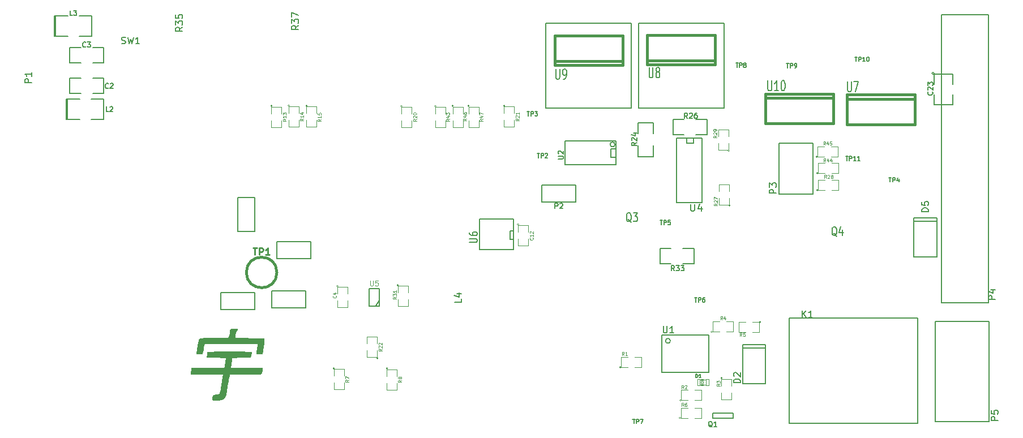
<source format=gto>
G04 (created by PCBNEW (2013-07-07 BZR 4022)-stable) date 3/22/2014 2:57:10 AM*
%MOIN*%
G04 Gerber Fmt 3.4, Leading zero omitted, Abs format*
%FSLAX34Y34*%
G01*
G70*
G90*
G04 APERTURE LIST*
%ADD10C,0.006*%
%ADD11C,0.00590551*%
%ADD12C,0.005*%
%ADD13C,0.0039*%
%ADD14C,0.0026*%
%ADD15C,0.004*%
%ADD16C,0.0065*%
%ADD17C,0.008*%
%ADD18C,0.015*%
%ADD19C,0.0001*%
%ADD20C,0.0075*%
%ADD21C,0.0043*%
%ADD22C,0.003*%
%ADD23C,0.01*%
G04 APERTURE END LIST*
G54D10*
G54D11*
X78675Y-66585D02*
X78675Y-72085D01*
X78675Y-72085D02*
X86225Y-72085D01*
X86225Y-72085D02*
X86225Y-65885D01*
X86225Y-65885D02*
X78675Y-65885D01*
X78675Y-65885D02*
X78675Y-66585D01*
G54D12*
X74165Y-71500D02*
X75365Y-71500D01*
X75365Y-71500D02*
X75365Y-71800D01*
X75365Y-71800D02*
X74165Y-71800D01*
X74165Y-71800D02*
X74165Y-71500D01*
G54D11*
X75920Y-67655D02*
X77270Y-67655D01*
X75920Y-69755D02*
X77270Y-69755D01*
X77270Y-69755D02*
X77270Y-67455D01*
X77270Y-67455D02*
X75920Y-67455D01*
X75920Y-67455D02*
X75920Y-69755D01*
G54D13*
X72280Y-71775D02*
G75*
G03X72280Y-71775I-50J0D01*
G74*
G01*
X72680Y-71775D02*
X72280Y-71775D01*
X72280Y-71775D02*
X72280Y-71175D01*
X72280Y-71175D02*
X72680Y-71175D01*
X73080Y-71175D02*
X73480Y-71175D01*
X73480Y-71175D02*
X73480Y-71775D01*
X73480Y-71775D02*
X73080Y-71775D01*
X72305Y-70730D02*
G75*
G03X72305Y-70730I-50J0D01*
G74*
G01*
X72705Y-70730D02*
X72305Y-70730D01*
X72305Y-70730D02*
X72305Y-70130D01*
X72305Y-70130D02*
X72705Y-70130D01*
X73105Y-70130D02*
X73505Y-70130D01*
X73505Y-70130D02*
X73505Y-70730D01*
X73505Y-70730D02*
X73105Y-70730D01*
X74150Y-66700D02*
G75*
G03X74150Y-66700I-50J0D01*
G74*
G01*
X74550Y-66700D02*
X74150Y-66700D01*
X74150Y-66700D02*
X74150Y-66100D01*
X74150Y-66100D02*
X74550Y-66100D01*
X74950Y-66100D02*
X75350Y-66100D01*
X75350Y-66100D02*
X75350Y-66700D01*
X75350Y-66700D02*
X74950Y-66700D01*
X68765Y-68790D02*
G75*
G03X68765Y-68790I-50J0D01*
G74*
G01*
X69165Y-68790D02*
X68765Y-68790D01*
X68765Y-68790D02*
X68765Y-68190D01*
X68765Y-68190D02*
X69165Y-68190D01*
X69565Y-68190D02*
X69965Y-68190D01*
X69965Y-68190D02*
X69965Y-68790D01*
X69965Y-68790D02*
X69565Y-68790D01*
X76990Y-66110D02*
G75*
G03X76990Y-66110I-50J0D01*
G74*
G01*
X76490Y-66110D02*
X76890Y-66110D01*
X76890Y-66110D02*
X76890Y-66710D01*
X76890Y-66710D02*
X76490Y-66710D01*
X76090Y-66710D02*
X75690Y-66710D01*
X75690Y-66710D02*
X75690Y-66110D01*
X75690Y-66110D02*
X76090Y-66110D01*
X74725Y-69420D02*
G75*
G03X74725Y-69420I-50J0D01*
G74*
G01*
X74675Y-69870D02*
X74675Y-69470D01*
X74675Y-69470D02*
X75275Y-69470D01*
X75275Y-69470D02*
X75275Y-69870D01*
X75275Y-70270D02*
X75275Y-70670D01*
X75275Y-70670D02*
X74675Y-70670D01*
X74675Y-70670D02*
X74675Y-70270D01*
G54D14*
X73403Y-69847D02*
X73403Y-69493D01*
X73403Y-69493D02*
X73246Y-69493D01*
X73246Y-69847D02*
X73246Y-69493D01*
X73403Y-69847D02*
X73246Y-69847D01*
X73914Y-69847D02*
X73914Y-69493D01*
X73914Y-69493D02*
X73757Y-69493D01*
X73757Y-69847D02*
X73757Y-69493D01*
X73914Y-69847D02*
X73757Y-69847D01*
X73580Y-69847D02*
X73580Y-69788D01*
X73580Y-69788D02*
X73462Y-69788D01*
X73462Y-69847D02*
X73462Y-69788D01*
X73580Y-69847D02*
X73462Y-69847D01*
X73580Y-69552D02*
X73580Y-69493D01*
X73580Y-69493D02*
X73462Y-69493D01*
X73462Y-69552D02*
X73462Y-69493D01*
X73580Y-69552D02*
X73462Y-69552D01*
X73580Y-69729D02*
X73580Y-69611D01*
X73580Y-69611D02*
X73462Y-69611D01*
X73462Y-69729D02*
X73462Y-69611D01*
X73580Y-69729D02*
X73462Y-69729D01*
G54D15*
X73403Y-69827D02*
X73757Y-69827D01*
X73403Y-69513D02*
X73757Y-69513D01*
G54D11*
X71661Y-67230D02*
G75*
G03X71661Y-67230I-141J0D01*
G74*
G01*
X71170Y-66880D02*
X71170Y-69080D01*
X71170Y-69080D02*
X73920Y-69080D01*
X73920Y-69080D02*
X73920Y-66880D01*
X73920Y-66880D02*
X71170Y-66880D01*
G54D16*
X65460Y-56860D02*
X68460Y-56860D01*
X68460Y-55460D02*
X65460Y-55460D01*
X65460Y-56860D02*
X65460Y-55460D01*
G54D10*
X68460Y-55460D02*
X68460Y-56860D01*
G54D12*
X68401Y-55660D02*
G75*
G03X68401Y-55660I-141J0D01*
G74*
G01*
X68460Y-56410D02*
X68160Y-56410D01*
X68160Y-56410D02*
X68160Y-55910D01*
X68160Y-55910D02*
X68460Y-55910D01*
G54D17*
X73518Y-55284D02*
X73518Y-59084D01*
X73518Y-59084D02*
X72018Y-59084D01*
X72018Y-59084D02*
X72018Y-55284D01*
X72018Y-55284D02*
X73518Y-55284D01*
X73018Y-55284D02*
X73018Y-55584D01*
X73018Y-55584D02*
X72618Y-55584D01*
X72618Y-55584D02*
X72618Y-55284D01*
G54D12*
X71816Y-54202D02*
X71816Y-55102D01*
X71816Y-55102D02*
X72466Y-55102D01*
X73166Y-54202D02*
X73816Y-54202D01*
X73816Y-54202D02*
X73816Y-55102D01*
X73816Y-55102D02*
X73166Y-55102D01*
X72466Y-54202D02*
X71816Y-54202D01*
X69767Y-56372D02*
X70667Y-56372D01*
X70667Y-56372D02*
X70667Y-55722D01*
X69767Y-55022D02*
X69767Y-54372D01*
X69767Y-54372D02*
X70667Y-54372D01*
X70667Y-54372D02*
X70667Y-55022D01*
X69767Y-55722D02*
X69767Y-56372D01*
G54D13*
X80366Y-58356D02*
G75*
G03X80366Y-58356I-50J0D01*
G74*
G01*
X80766Y-58356D02*
X80366Y-58356D01*
X80366Y-58356D02*
X80366Y-57756D01*
X80366Y-57756D02*
X80766Y-57756D01*
X81166Y-57756D02*
X81566Y-57756D01*
X81566Y-57756D02*
X81566Y-58356D01*
X81566Y-58356D02*
X81166Y-58356D01*
X75186Y-59256D02*
G75*
G03X75186Y-59256I-50J0D01*
G74*
G01*
X75136Y-58806D02*
X75136Y-59206D01*
X75136Y-59206D02*
X74536Y-59206D01*
X74536Y-59206D02*
X74536Y-58806D01*
X74536Y-58406D02*
X74536Y-58006D01*
X74536Y-58006D02*
X75136Y-58006D01*
X75136Y-58006D02*
X75136Y-58406D01*
X75144Y-56022D02*
G75*
G03X75144Y-56022I-50J0D01*
G74*
G01*
X75094Y-55572D02*
X75094Y-55972D01*
X75094Y-55972D02*
X74494Y-55972D01*
X74494Y-55972D02*
X74494Y-55572D01*
X74494Y-55172D02*
X74494Y-54772D01*
X74494Y-54772D02*
X75094Y-54772D01*
X75094Y-54772D02*
X75094Y-55172D01*
X80356Y-57356D02*
G75*
G03X80356Y-57356I-50J0D01*
G74*
G01*
X80756Y-57356D02*
X80356Y-57356D01*
X80356Y-57356D02*
X80356Y-56756D01*
X80356Y-56756D02*
X80756Y-56756D01*
X81156Y-56756D02*
X81556Y-56756D01*
X81556Y-56756D02*
X81556Y-57356D01*
X81556Y-57356D02*
X81156Y-57356D01*
X80326Y-56396D02*
G75*
G03X80326Y-56396I-50J0D01*
G74*
G01*
X80726Y-56396D02*
X80326Y-56396D01*
X80326Y-56396D02*
X80326Y-55796D01*
X80326Y-55796D02*
X80726Y-55796D01*
X81126Y-55796D02*
X81526Y-55796D01*
X81526Y-55796D02*
X81526Y-56396D01*
X81526Y-56396D02*
X81126Y-56396D01*
G54D17*
X78062Y-58584D02*
X78062Y-55584D01*
X80062Y-55584D02*
X80062Y-58584D01*
X80062Y-58584D02*
X78062Y-58584D01*
X78062Y-55584D02*
X80062Y-55584D01*
G54D11*
X88845Y-71979D02*
X90419Y-71979D01*
X90419Y-71979D02*
X90419Y-66073D01*
X90419Y-66073D02*
X87270Y-66073D01*
X87270Y-66073D02*
X87270Y-71979D01*
X87270Y-71979D02*
X88864Y-71979D01*
X89015Y-64981D02*
X90392Y-64981D01*
X90392Y-64981D02*
X90392Y-48013D01*
X90392Y-48013D02*
X87637Y-48013D01*
X87637Y-48013D02*
X87637Y-64981D01*
X87637Y-64981D02*
X89015Y-64981D01*
X89015Y-64981D02*
X89018Y-64985D01*
G54D13*
X54450Y-68250D02*
G75*
G03X54450Y-68250I-50J0D01*
G74*
G01*
X54400Y-67800D02*
X54400Y-68200D01*
X54400Y-68200D02*
X53800Y-68200D01*
X53800Y-68200D02*
X53800Y-67800D01*
X53800Y-67400D02*
X53800Y-67000D01*
X53800Y-67000D02*
X54400Y-67000D01*
X54400Y-67000D02*
X54400Y-67400D01*
G54D12*
X62420Y-61863D02*
X60420Y-61863D01*
X60420Y-61863D02*
X60420Y-60063D01*
X60420Y-60063D02*
X62420Y-60063D01*
X62420Y-60063D02*
X62420Y-61863D01*
X62420Y-61263D02*
X62220Y-61263D01*
X62220Y-61263D02*
X62220Y-60763D01*
X62220Y-60763D02*
X62420Y-60763D01*
G54D11*
X86000Y-60185D02*
X87350Y-60185D01*
X86000Y-62285D02*
X87350Y-62285D01*
X87350Y-62285D02*
X87350Y-59985D01*
X87350Y-59985D02*
X86000Y-59985D01*
X86000Y-59985D02*
X86000Y-62285D01*
G54D12*
X71050Y-61770D02*
X71050Y-62670D01*
X71050Y-62670D02*
X71700Y-62670D01*
X72400Y-61770D02*
X73050Y-61770D01*
X73050Y-61770D02*
X73050Y-62670D01*
X73050Y-62670D02*
X72400Y-62670D01*
X71700Y-61770D02*
X71050Y-61770D01*
G54D13*
X62740Y-60370D02*
G75*
G03X62740Y-60370I-50J0D01*
G74*
G01*
X62690Y-60820D02*
X62690Y-60420D01*
X62690Y-60420D02*
X63290Y-60420D01*
X63290Y-60420D02*
X63290Y-60820D01*
X63290Y-61220D02*
X63290Y-61620D01*
X63290Y-61620D02*
X62690Y-61620D01*
X62690Y-61620D02*
X62690Y-61220D01*
G54D12*
X36100Y-53000D02*
X36100Y-54200D01*
X37550Y-54200D02*
X38300Y-54200D01*
X38300Y-54200D02*
X38300Y-53000D01*
X38300Y-53000D02*
X37550Y-53000D01*
X36900Y-53000D02*
X36100Y-53000D01*
X36178Y-53000D02*
X36178Y-54200D01*
X36100Y-54200D02*
X36900Y-54200D01*
X38300Y-52650D02*
X38300Y-51750D01*
X38300Y-51750D02*
X37650Y-51750D01*
X36950Y-52650D02*
X36300Y-52650D01*
X36300Y-52650D02*
X36300Y-51750D01*
X36300Y-51750D02*
X36950Y-51750D01*
X37650Y-52650D02*
X38300Y-52650D01*
X36300Y-49950D02*
X36300Y-50850D01*
X36300Y-50850D02*
X36950Y-50850D01*
X37650Y-49950D02*
X38300Y-49950D01*
X38300Y-49950D02*
X38300Y-50850D01*
X38300Y-50850D02*
X37650Y-50850D01*
X36950Y-49950D02*
X36300Y-49950D01*
X35400Y-48100D02*
X35400Y-49300D01*
X36850Y-49300D02*
X37600Y-49300D01*
X37600Y-49300D02*
X37600Y-48100D01*
X37600Y-48100D02*
X36850Y-48100D01*
X36200Y-48100D02*
X35400Y-48100D01*
X35478Y-48100D02*
X35478Y-49300D01*
X35400Y-49300D02*
X36200Y-49300D01*
X54525Y-64850D02*
X54325Y-65150D01*
X54525Y-64150D02*
X54525Y-65175D01*
X54525Y-65175D02*
X53925Y-65175D01*
X53925Y-65175D02*
X53925Y-64150D01*
X53925Y-64150D02*
X54525Y-64150D01*
G54D13*
X52105Y-64005D02*
G75*
G03X52105Y-64005I-50J0D01*
G74*
G01*
X52055Y-64455D02*
X52055Y-64055D01*
X52055Y-64055D02*
X52655Y-64055D01*
X52655Y-64055D02*
X52655Y-64455D01*
X52655Y-64855D02*
X52655Y-65255D01*
X52655Y-65255D02*
X52055Y-65255D01*
X52055Y-65255D02*
X52055Y-64855D01*
X55675Y-63950D02*
G75*
G03X55675Y-63950I-50J0D01*
G74*
G01*
X55625Y-64400D02*
X55625Y-64000D01*
X55625Y-64000D02*
X56225Y-64000D01*
X56225Y-64000D02*
X56225Y-64400D01*
X56225Y-64800D02*
X56225Y-65200D01*
X56225Y-65200D02*
X55625Y-65200D01*
X55625Y-65200D02*
X55625Y-64800D01*
G54D11*
X66845Y-48520D02*
X69364Y-48520D01*
X69364Y-48520D02*
X69364Y-53520D01*
X69364Y-53520D02*
X64325Y-53520D01*
X64325Y-53520D02*
X64325Y-48520D01*
X64325Y-48520D02*
X66845Y-48520D01*
X72315Y-48520D02*
X74834Y-48520D01*
X74834Y-48520D02*
X74834Y-53520D01*
X74834Y-53520D02*
X69795Y-53520D01*
X69795Y-53520D02*
X69795Y-48520D01*
X69795Y-48520D02*
X72315Y-48520D01*
G54D18*
X48500Y-63200D02*
G75*
G03X48500Y-63200I-900J0D01*
G74*
G01*
G54D10*
X48500Y-62400D02*
X48500Y-61400D01*
X48500Y-61400D02*
X50500Y-61400D01*
X50500Y-61400D02*
X50500Y-62400D01*
X50500Y-62400D02*
X48500Y-62400D01*
X48200Y-65300D02*
X48200Y-64300D01*
X48200Y-64300D02*
X50200Y-64300D01*
X50200Y-64300D02*
X50200Y-65300D01*
X50200Y-65300D02*
X48200Y-65300D01*
X47200Y-64400D02*
X47200Y-65400D01*
X47200Y-65400D02*
X45200Y-65400D01*
X45200Y-65400D02*
X45200Y-64400D01*
X45200Y-64400D02*
X47200Y-64400D01*
X47200Y-60800D02*
X46200Y-60800D01*
X46200Y-60800D02*
X46200Y-58800D01*
X46200Y-58800D02*
X47200Y-58800D01*
X47200Y-58800D02*
X47200Y-60800D01*
X66100Y-58060D02*
X66100Y-59060D01*
X66100Y-59060D02*
X64100Y-59060D01*
X64100Y-59060D02*
X64100Y-58060D01*
X64100Y-58060D02*
X66100Y-58060D01*
G54D13*
X58900Y-53390D02*
G75*
G03X58900Y-53390I-50J0D01*
G74*
G01*
X58850Y-53840D02*
X58850Y-53440D01*
X58850Y-53440D02*
X59450Y-53440D01*
X59450Y-53440D02*
X59450Y-53840D01*
X59450Y-54240D02*
X59450Y-54640D01*
X59450Y-54640D02*
X58850Y-54640D01*
X58850Y-54640D02*
X58850Y-54240D01*
X59840Y-53390D02*
G75*
G03X59840Y-53390I-50J0D01*
G74*
G01*
X59790Y-53840D02*
X59790Y-53440D01*
X59790Y-53440D02*
X60390Y-53440D01*
X60390Y-53440D02*
X60390Y-53840D01*
X60390Y-54240D02*
X60390Y-54640D01*
X60390Y-54640D02*
X59790Y-54640D01*
X59790Y-54640D02*
X59790Y-54240D01*
X55880Y-53390D02*
G75*
G03X55880Y-53390I-50J0D01*
G74*
G01*
X55830Y-53840D02*
X55830Y-53440D01*
X55830Y-53440D02*
X56430Y-53440D01*
X56430Y-53440D02*
X56430Y-53840D01*
X56430Y-54240D02*
X56430Y-54640D01*
X56430Y-54640D02*
X55830Y-54640D01*
X55830Y-54640D02*
X55830Y-54240D01*
X50295Y-53385D02*
G75*
G03X50295Y-53385I-50J0D01*
G74*
G01*
X50245Y-53835D02*
X50245Y-53435D01*
X50245Y-53435D02*
X50845Y-53435D01*
X50845Y-53435D02*
X50845Y-53835D01*
X50845Y-54235D02*
X50845Y-54635D01*
X50845Y-54635D02*
X50245Y-54635D01*
X50245Y-54635D02*
X50245Y-54235D01*
X49250Y-53380D02*
G75*
G03X49250Y-53380I-50J0D01*
G74*
G01*
X49200Y-53830D02*
X49200Y-53430D01*
X49200Y-53430D02*
X49800Y-53430D01*
X49800Y-53430D02*
X49800Y-53830D01*
X49800Y-54230D02*
X49800Y-54630D01*
X49800Y-54630D02*
X49200Y-54630D01*
X49200Y-54630D02*
X49200Y-54230D01*
X61920Y-53380D02*
G75*
G03X61920Y-53380I-50J0D01*
G74*
G01*
X61870Y-53830D02*
X61870Y-53430D01*
X61870Y-53430D02*
X62470Y-53430D01*
X62470Y-53430D02*
X62470Y-53830D01*
X62470Y-54230D02*
X62470Y-54630D01*
X62470Y-54630D02*
X61870Y-54630D01*
X61870Y-54630D02*
X61870Y-54230D01*
X55020Y-68855D02*
G75*
G03X55020Y-68855I-50J0D01*
G74*
G01*
X54970Y-69305D02*
X54970Y-68905D01*
X54970Y-68905D02*
X55570Y-68905D01*
X55570Y-68905D02*
X55570Y-69305D01*
X55570Y-69705D02*
X55570Y-70105D01*
X55570Y-70105D02*
X54970Y-70105D01*
X54970Y-70105D02*
X54970Y-69705D01*
X51905Y-68850D02*
G75*
G03X51905Y-68850I-50J0D01*
G74*
G01*
X51855Y-69300D02*
X51855Y-68900D01*
X51855Y-68900D02*
X52455Y-68900D01*
X52455Y-68900D02*
X52455Y-69300D01*
X52455Y-69700D02*
X52455Y-70100D01*
X52455Y-70100D02*
X51855Y-70100D01*
X51855Y-70100D02*
X51855Y-69700D01*
X57870Y-53400D02*
G75*
G03X57870Y-53400I-50J0D01*
G74*
G01*
X57820Y-53850D02*
X57820Y-53450D01*
X57820Y-53450D02*
X58420Y-53450D01*
X58420Y-53450D02*
X58420Y-53850D01*
X58420Y-54250D02*
X58420Y-54650D01*
X58420Y-54650D02*
X57820Y-54650D01*
X57820Y-54650D02*
X57820Y-54250D01*
X48220Y-53390D02*
G75*
G03X48220Y-53390I-50J0D01*
G74*
G01*
X48170Y-53840D02*
X48170Y-53440D01*
X48170Y-53440D02*
X48770Y-53440D01*
X48770Y-53440D02*
X48770Y-53840D01*
X48770Y-54240D02*
X48770Y-54640D01*
X48770Y-54640D02*
X48170Y-54640D01*
X48170Y-54640D02*
X48170Y-54240D01*
G54D12*
X87205Y-51475D02*
G75*
G03X87205Y-51475I-70J0D01*
G74*
G01*
X88285Y-52125D02*
X88285Y-51525D01*
X88285Y-51525D02*
X87185Y-51525D01*
X87185Y-51525D02*
X87185Y-52125D01*
X87185Y-52725D02*
X87185Y-53325D01*
X87185Y-53325D02*
X88285Y-53325D01*
X88285Y-53325D02*
X88285Y-52725D01*
G54D19*
G36*
X47669Y-68828D02*
X47648Y-69001D01*
X47629Y-69104D01*
X47602Y-69178D01*
X47585Y-69199D01*
X47542Y-69206D01*
X47441Y-69212D01*
X47292Y-69218D01*
X47103Y-69221D01*
X46884Y-69224D01*
X46645Y-69224D01*
X46644Y-69224D01*
X45745Y-69223D01*
X45715Y-69317D01*
X45694Y-69402D01*
X45669Y-69523D01*
X45654Y-69612D01*
X45629Y-69761D01*
X45602Y-69920D01*
X45589Y-69995D01*
X45567Y-70128D01*
X45546Y-70259D01*
X45538Y-70312D01*
X45519Y-70404D01*
X45495Y-70468D01*
X45489Y-70477D01*
X45462Y-70536D01*
X45460Y-70562D01*
X45428Y-70627D01*
X45344Y-70685D01*
X45219Y-70730D01*
X45068Y-70756D01*
X44965Y-70762D01*
X44847Y-70758D01*
X44758Y-70750D01*
X44717Y-70737D01*
X44716Y-70737D01*
X44701Y-70671D01*
X44701Y-70577D01*
X44713Y-70487D01*
X44732Y-70437D01*
X44786Y-70412D01*
X44881Y-70397D01*
X44931Y-70395D01*
X45020Y-70390D01*
X45082Y-70368D01*
X45125Y-70317D01*
X45157Y-70227D01*
X45186Y-70087D01*
X45199Y-70012D01*
X45266Y-69614D01*
X45309Y-69370D01*
X45335Y-69228D01*
X44399Y-69228D01*
X44121Y-69227D01*
X43882Y-69224D01*
X43690Y-69219D01*
X43549Y-69212D01*
X43466Y-69203D01*
X43444Y-69196D01*
X43436Y-69146D01*
X43439Y-69056D01*
X43446Y-68996D01*
X43468Y-68828D01*
X44428Y-68828D01*
X44675Y-68827D01*
X44899Y-68825D01*
X45092Y-68821D01*
X45247Y-68815D01*
X45353Y-68809D01*
X45403Y-68802D01*
X45406Y-68801D01*
X45420Y-68756D01*
X45439Y-68664D01*
X45459Y-68547D01*
X45478Y-68427D01*
X45494Y-68332D01*
X45502Y-68283D01*
X45480Y-68267D01*
X45405Y-68253D01*
X45273Y-68242D01*
X45081Y-68233D01*
X44943Y-68228D01*
X44376Y-68212D01*
X44388Y-68062D01*
X44398Y-67965D01*
X44410Y-67899D01*
X44415Y-67887D01*
X44451Y-67881D01*
X44545Y-67876D01*
X44693Y-67871D01*
X44885Y-67867D01*
X45114Y-67864D01*
X45374Y-67862D01*
X45657Y-67862D01*
X45725Y-67862D01*
X46061Y-67862D01*
X46336Y-67863D01*
X46556Y-67865D01*
X46727Y-67869D01*
X46854Y-67874D01*
X46943Y-67880D01*
X46999Y-67888D01*
X47029Y-67899D01*
X47037Y-67907D01*
X47036Y-67966D01*
X47026Y-67982D01*
X47002Y-68034D01*
X46987Y-68112D01*
X46976Y-68212D01*
X46426Y-68228D01*
X45876Y-68245D01*
X45853Y-68428D01*
X45836Y-68555D01*
X45817Y-68672D01*
X45808Y-68720D01*
X45785Y-68828D01*
X46727Y-68828D01*
X47669Y-68828D01*
X47669Y-68828D01*
X47669Y-68828D01*
G37*
G36*
X47776Y-67078D02*
X47773Y-67262D01*
X47763Y-67409D01*
X47743Y-67568D01*
X47732Y-67628D01*
X47707Y-67754D01*
X47683Y-67871D01*
X47673Y-67920D01*
X47658Y-67982D01*
X47630Y-68014D01*
X47573Y-68026D01*
X47469Y-68028D01*
X47287Y-68028D01*
X47308Y-67853D01*
X47324Y-67723D01*
X47341Y-67597D01*
X47347Y-67553D01*
X47365Y-67428D01*
X45812Y-67428D01*
X44258Y-67428D01*
X44225Y-67514D01*
X44200Y-67614D01*
X44193Y-67685D01*
X44183Y-67774D01*
X44159Y-67882D01*
X44154Y-67899D01*
X44129Y-67974D01*
X44098Y-68012D01*
X44041Y-68026D01*
X43938Y-68028D01*
X43838Y-68024D01*
X43772Y-68013D01*
X43756Y-68003D01*
X43760Y-67950D01*
X43761Y-67945D01*
X43771Y-67895D01*
X43787Y-67804D01*
X43797Y-67745D01*
X43831Y-67528D01*
X43859Y-67368D01*
X43880Y-67255D01*
X43898Y-67180D01*
X43914Y-67134D01*
X43930Y-67107D01*
X43930Y-67106D01*
X43956Y-67092D01*
X44010Y-67081D01*
X44100Y-67072D01*
X44232Y-67067D01*
X44413Y-67063D01*
X44650Y-67062D01*
X44805Y-67062D01*
X45643Y-67062D01*
X45685Y-66929D01*
X45712Y-66811D01*
X45726Y-66695D01*
X45726Y-66681D01*
X45734Y-66598D01*
X45753Y-66550D01*
X45756Y-66547D01*
X45811Y-66531D01*
X45903Y-66521D01*
X46008Y-66516D01*
X46104Y-66517D01*
X46167Y-66526D01*
X46180Y-66534D01*
X46180Y-66584D01*
X46168Y-66605D01*
X46136Y-66671D01*
X46101Y-66775D01*
X46073Y-66887D01*
X46060Y-66979D01*
X46060Y-66990D01*
X46061Y-67011D01*
X46071Y-67028D01*
X46097Y-67041D01*
X46146Y-67050D01*
X46227Y-67056D01*
X46346Y-67061D01*
X46511Y-67064D01*
X46730Y-67067D01*
X46918Y-67069D01*
X47776Y-67078D01*
X47776Y-67078D01*
X47776Y-67078D01*
G37*
G54D18*
X68860Y-50750D02*
X68860Y-51000D01*
X68860Y-51000D02*
X64860Y-51000D01*
X64860Y-51000D02*
X64860Y-50750D01*
X68860Y-49250D02*
X68860Y-50750D01*
X68860Y-50750D02*
X64860Y-50750D01*
X64860Y-50750D02*
X64860Y-49250D01*
X64860Y-49250D02*
X68860Y-49250D01*
X82060Y-52970D02*
X82060Y-52720D01*
X82060Y-52720D02*
X86060Y-52720D01*
X86060Y-52720D02*
X86060Y-52970D01*
X82060Y-54470D02*
X82060Y-52970D01*
X82060Y-52970D02*
X86060Y-52970D01*
X86060Y-52970D02*
X86060Y-54470D01*
X86060Y-54470D02*
X82060Y-54470D01*
X74295Y-50710D02*
X74295Y-50960D01*
X74295Y-50960D02*
X70295Y-50960D01*
X70295Y-50960D02*
X70295Y-50710D01*
X74295Y-49210D02*
X74295Y-50710D01*
X74295Y-50710D02*
X70295Y-50710D01*
X70295Y-50710D02*
X70295Y-49210D01*
X70295Y-49210D02*
X74295Y-49210D01*
X77255Y-52920D02*
X77255Y-52670D01*
X77255Y-52670D02*
X81255Y-52670D01*
X81255Y-52670D02*
X81255Y-52920D01*
X77255Y-54420D02*
X77255Y-52920D01*
X77255Y-52920D02*
X81255Y-52920D01*
X81255Y-52920D02*
X81255Y-54420D01*
X81255Y-54420D02*
X77255Y-54420D01*
G54D17*
X81470Y-61070D02*
X81432Y-61046D01*
X81394Y-60998D01*
X81337Y-60927D01*
X81299Y-60903D01*
X81261Y-60903D01*
X81280Y-61022D02*
X81242Y-60998D01*
X81204Y-60950D01*
X81185Y-60855D01*
X81185Y-60689D01*
X81204Y-60593D01*
X81242Y-60546D01*
X81280Y-60522D01*
X81356Y-60522D01*
X81394Y-60546D01*
X81432Y-60593D01*
X81451Y-60689D01*
X81451Y-60855D01*
X81432Y-60950D01*
X81394Y-60998D01*
X81356Y-61022D01*
X81280Y-61022D01*
X81794Y-60689D02*
X81794Y-61022D01*
X81699Y-60498D02*
X81604Y-60855D01*
X81851Y-60855D01*
X69366Y-60250D02*
X69328Y-60226D01*
X69290Y-60178D01*
X69233Y-60107D01*
X69195Y-60083D01*
X69157Y-60083D01*
X69176Y-60202D02*
X69138Y-60178D01*
X69100Y-60130D01*
X69081Y-60035D01*
X69081Y-59869D01*
X69100Y-59773D01*
X69138Y-59726D01*
X69176Y-59702D01*
X69252Y-59702D01*
X69290Y-59726D01*
X69328Y-59773D01*
X69347Y-59869D01*
X69347Y-60035D01*
X69328Y-60130D01*
X69290Y-60178D01*
X69252Y-60202D01*
X69176Y-60202D01*
X69481Y-59702D02*
X69728Y-59702D01*
X69595Y-59892D01*
X69652Y-59892D01*
X69690Y-59916D01*
X69709Y-59940D01*
X69728Y-59988D01*
X69728Y-60107D01*
X69709Y-60154D01*
X69690Y-60178D01*
X69652Y-60202D01*
X69538Y-60202D01*
X69500Y-60178D01*
X69481Y-60154D01*
G54D11*
X79434Y-65844D02*
X79434Y-65450D01*
X79659Y-65844D02*
X79490Y-65619D01*
X79659Y-65450D02*
X79434Y-65675D01*
X80034Y-65844D02*
X79809Y-65844D01*
X79921Y-65844D02*
X79921Y-65450D01*
X79884Y-65506D01*
X79846Y-65544D01*
X79809Y-65563D01*
G54D20*
X74136Y-72300D02*
X74107Y-72285D01*
X74079Y-72257D01*
X74036Y-72214D01*
X74007Y-72200D01*
X73979Y-72200D01*
X73993Y-72271D02*
X73965Y-72257D01*
X73936Y-72228D01*
X73922Y-72171D01*
X73922Y-72071D01*
X73936Y-72014D01*
X73965Y-71985D01*
X73993Y-71971D01*
X74050Y-71971D01*
X74079Y-71985D01*
X74107Y-72014D01*
X74122Y-72071D01*
X74122Y-72171D01*
X74107Y-72228D01*
X74079Y-72257D01*
X74050Y-72271D01*
X73993Y-72271D01*
X74407Y-72271D02*
X74236Y-72271D01*
X74322Y-72271D02*
X74322Y-71971D01*
X74293Y-72014D01*
X74265Y-72042D01*
X74236Y-72057D01*
G54D17*
G54D11*
X75779Y-69695D02*
X75385Y-69695D01*
X75385Y-69601D01*
X75404Y-69545D01*
X75441Y-69508D01*
X75479Y-69489D01*
X75554Y-69470D01*
X75610Y-69470D01*
X75685Y-69489D01*
X75723Y-69508D01*
X75760Y-69545D01*
X75779Y-69601D01*
X75779Y-69695D01*
X75423Y-69320D02*
X75404Y-69301D01*
X75385Y-69264D01*
X75385Y-69170D01*
X75404Y-69133D01*
X75423Y-69114D01*
X75460Y-69095D01*
X75498Y-69095D01*
X75554Y-69114D01*
X75779Y-69339D01*
X75779Y-69095D01*
G54D21*
X72457Y-71089D02*
X72391Y-70995D01*
X72344Y-71089D02*
X72344Y-70892D01*
X72419Y-70892D01*
X72438Y-70902D01*
X72447Y-70911D01*
X72457Y-70930D01*
X72457Y-70958D01*
X72447Y-70977D01*
X72438Y-70986D01*
X72419Y-70995D01*
X72344Y-70995D01*
X72626Y-70892D02*
X72588Y-70892D01*
X72569Y-70902D01*
X72560Y-70911D01*
X72541Y-70939D01*
X72532Y-70977D01*
X72532Y-71052D01*
X72541Y-71070D01*
X72550Y-71080D01*
X72569Y-71089D01*
X72607Y-71089D01*
X72626Y-71080D01*
X72635Y-71070D01*
X72644Y-71052D01*
X72644Y-71005D01*
X72635Y-70986D01*
X72626Y-70977D01*
X72607Y-70967D01*
X72569Y-70967D01*
X72550Y-70977D01*
X72541Y-70986D01*
X72532Y-71005D01*
X72452Y-70039D02*
X72386Y-69945D01*
X72339Y-70039D02*
X72339Y-69842D01*
X72414Y-69842D01*
X72433Y-69852D01*
X72442Y-69861D01*
X72452Y-69880D01*
X72452Y-69908D01*
X72442Y-69927D01*
X72433Y-69936D01*
X72414Y-69945D01*
X72339Y-69945D01*
X72527Y-69861D02*
X72536Y-69852D01*
X72555Y-69842D01*
X72602Y-69842D01*
X72621Y-69852D01*
X72630Y-69861D01*
X72639Y-69880D01*
X72639Y-69899D01*
X72630Y-69927D01*
X72517Y-70039D01*
X72639Y-70039D01*
X74732Y-65989D02*
X74666Y-65895D01*
X74619Y-65989D02*
X74619Y-65792D01*
X74694Y-65792D01*
X74713Y-65802D01*
X74722Y-65811D01*
X74732Y-65830D01*
X74732Y-65858D01*
X74722Y-65877D01*
X74713Y-65886D01*
X74694Y-65895D01*
X74619Y-65895D01*
X74901Y-65858D02*
X74901Y-65989D01*
X74854Y-65783D02*
X74807Y-65924D01*
X74929Y-65924D01*
X68942Y-68074D02*
X68876Y-67980D01*
X68829Y-68074D02*
X68829Y-67877D01*
X68904Y-67877D01*
X68923Y-67887D01*
X68932Y-67896D01*
X68942Y-67915D01*
X68942Y-67943D01*
X68932Y-67962D01*
X68923Y-67971D01*
X68904Y-67980D01*
X68829Y-67980D01*
X69129Y-68074D02*
X69017Y-68074D01*
X69073Y-68074D02*
X69073Y-67877D01*
X69054Y-67905D01*
X69035Y-67924D01*
X69017Y-67934D01*
X75877Y-66954D02*
X75811Y-66860D01*
X75764Y-66954D02*
X75764Y-66757D01*
X75839Y-66757D01*
X75858Y-66767D01*
X75867Y-66776D01*
X75877Y-66795D01*
X75877Y-66823D01*
X75867Y-66842D01*
X75858Y-66851D01*
X75839Y-66860D01*
X75764Y-66860D01*
X76055Y-66757D02*
X75961Y-66757D01*
X75952Y-66851D01*
X75961Y-66842D01*
X75980Y-66832D01*
X76027Y-66832D01*
X76046Y-66842D01*
X76055Y-66851D01*
X76064Y-66870D01*
X76064Y-66917D01*
X76055Y-66935D01*
X76046Y-66945D01*
X76027Y-66954D01*
X75980Y-66954D01*
X75961Y-66945D01*
X75952Y-66935D01*
X74584Y-69767D02*
X74490Y-69833D01*
X74584Y-69880D02*
X74387Y-69880D01*
X74387Y-69805D01*
X74397Y-69786D01*
X74406Y-69777D01*
X74425Y-69767D01*
X74453Y-69767D01*
X74472Y-69777D01*
X74481Y-69786D01*
X74490Y-69805D01*
X74490Y-69880D01*
X74387Y-69702D02*
X74387Y-69580D01*
X74462Y-69645D01*
X74462Y-69617D01*
X74472Y-69598D01*
X74481Y-69589D01*
X74500Y-69580D01*
X74547Y-69580D01*
X74565Y-69589D01*
X74575Y-69598D01*
X74584Y-69617D01*
X74584Y-69674D01*
X74575Y-69692D01*
X74565Y-69702D01*
G54D12*
X73167Y-69395D02*
X73167Y-69195D01*
X73215Y-69195D01*
X73243Y-69205D01*
X73262Y-69224D01*
X73272Y-69243D01*
X73281Y-69281D01*
X73281Y-69310D01*
X73272Y-69348D01*
X73262Y-69367D01*
X73243Y-69386D01*
X73215Y-69395D01*
X73167Y-69395D01*
X73472Y-69395D02*
X73357Y-69395D01*
X73415Y-69395D02*
X73415Y-69195D01*
X73395Y-69224D01*
X73376Y-69243D01*
X73357Y-69253D01*
G54D11*
X71250Y-66365D02*
X71250Y-66684D01*
X71268Y-66721D01*
X71287Y-66740D01*
X71325Y-66759D01*
X71400Y-66759D01*
X71437Y-66740D01*
X71456Y-66721D01*
X71475Y-66684D01*
X71475Y-66365D01*
X71868Y-66759D02*
X71643Y-66759D01*
X71756Y-66759D02*
X71756Y-66365D01*
X71718Y-66421D01*
X71681Y-66459D01*
X71643Y-66478D01*
G54D12*
X65061Y-56508D02*
X65304Y-56508D01*
X65332Y-56494D01*
X65347Y-56480D01*
X65361Y-56451D01*
X65361Y-56394D01*
X65347Y-56365D01*
X65332Y-56351D01*
X65304Y-56337D01*
X65061Y-56337D01*
X65090Y-56208D02*
X65075Y-56194D01*
X65061Y-56165D01*
X65061Y-56094D01*
X65075Y-56065D01*
X65090Y-56051D01*
X65118Y-56037D01*
X65147Y-56037D01*
X65190Y-56051D01*
X65361Y-56222D01*
X65361Y-56037D01*
X72847Y-59171D02*
X72847Y-59495D01*
X72868Y-59533D01*
X72890Y-59552D01*
X72932Y-59571D01*
X73018Y-59571D01*
X73061Y-59552D01*
X73082Y-59533D01*
X73104Y-59495D01*
X73104Y-59171D01*
X73511Y-59305D02*
X73511Y-59571D01*
X73404Y-59152D02*
X73297Y-59438D01*
X73575Y-59438D01*
X72677Y-54121D02*
X72577Y-53978D01*
X72505Y-54121D02*
X72505Y-53821D01*
X72620Y-53821D01*
X72648Y-53835D01*
X72662Y-53850D01*
X72677Y-53878D01*
X72677Y-53921D01*
X72662Y-53950D01*
X72648Y-53964D01*
X72620Y-53978D01*
X72505Y-53978D01*
X72791Y-53850D02*
X72805Y-53835D01*
X72834Y-53821D01*
X72905Y-53821D01*
X72934Y-53835D01*
X72948Y-53850D01*
X72962Y-53878D01*
X72962Y-53907D01*
X72948Y-53950D01*
X72777Y-54121D01*
X72962Y-54121D01*
X73220Y-53821D02*
X73162Y-53821D01*
X73134Y-53835D01*
X73120Y-53850D01*
X73091Y-53892D01*
X73077Y-53950D01*
X73077Y-54064D01*
X73091Y-54092D01*
X73105Y-54107D01*
X73134Y-54121D01*
X73191Y-54121D01*
X73220Y-54107D01*
X73234Y-54092D01*
X73248Y-54064D01*
X73248Y-53992D01*
X73234Y-53964D01*
X73220Y-53950D01*
X73191Y-53935D01*
X73134Y-53935D01*
X73105Y-53950D01*
X73091Y-53964D01*
X73077Y-53992D01*
X69681Y-55542D02*
X69538Y-55642D01*
X69681Y-55714D02*
X69381Y-55714D01*
X69381Y-55600D01*
X69395Y-55571D01*
X69410Y-55557D01*
X69438Y-55542D01*
X69481Y-55542D01*
X69510Y-55557D01*
X69524Y-55571D01*
X69538Y-55600D01*
X69538Y-55714D01*
X69410Y-55428D02*
X69395Y-55414D01*
X69381Y-55385D01*
X69381Y-55314D01*
X69395Y-55285D01*
X69410Y-55271D01*
X69438Y-55257D01*
X69467Y-55257D01*
X69510Y-55271D01*
X69681Y-55442D01*
X69681Y-55257D01*
X69481Y-55000D02*
X69681Y-55000D01*
X69367Y-55071D02*
X69581Y-55142D01*
X69581Y-54957D01*
G54D21*
X80853Y-57659D02*
X80787Y-57565D01*
X80740Y-57659D02*
X80740Y-57462D01*
X80815Y-57462D01*
X80834Y-57472D01*
X80843Y-57481D01*
X80853Y-57500D01*
X80853Y-57528D01*
X80843Y-57547D01*
X80834Y-57556D01*
X80815Y-57565D01*
X80740Y-57565D01*
X80928Y-57481D02*
X80937Y-57472D01*
X80956Y-57462D01*
X81003Y-57462D01*
X81022Y-57472D01*
X81031Y-57481D01*
X81040Y-57500D01*
X81040Y-57519D01*
X81031Y-57547D01*
X80919Y-57659D01*
X81040Y-57659D01*
X81153Y-57547D02*
X81134Y-57537D01*
X81125Y-57528D01*
X81116Y-57509D01*
X81116Y-57500D01*
X81125Y-57481D01*
X81134Y-57472D01*
X81153Y-57462D01*
X81191Y-57462D01*
X81209Y-57472D01*
X81219Y-57481D01*
X81228Y-57500D01*
X81228Y-57509D01*
X81219Y-57528D01*
X81209Y-57537D01*
X81191Y-57547D01*
X81153Y-57547D01*
X81134Y-57556D01*
X81125Y-57565D01*
X81116Y-57584D01*
X81116Y-57622D01*
X81125Y-57640D01*
X81134Y-57650D01*
X81153Y-57659D01*
X81191Y-57659D01*
X81209Y-57650D01*
X81219Y-57640D01*
X81228Y-57622D01*
X81228Y-57584D01*
X81219Y-57565D01*
X81209Y-57556D01*
X81191Y-57547D01*
X74434Y-59136D02*
X74340Y-59202D01*
X74434Y-59249D02*
X74237Y-59249D01*
X74237Y-59174D01*
X74247Y-59155D01*
X74256Y-59146D01*
X74275Y-59136D01*
X74303Y-59136D01*
X74322Y-59146D01*
X74331Y-59155D01*
X74340Y-59174D01*
X74340Y-59249D01*
X74256Y-59061D02*
X74247Y-59052D01*
X74237Y-59033D01*
X74237Y-58986D01*
X74247Y-58967D01*
X74256Y-58958D01*
X74275Y-58949D01*
X74294Y-58949D01*
X74322Y-58958D01*
X74434Y-59070D01*
X74434Y-58949D01*
X74237Y-58883D02*
X74237Y-58752D01*
X74434Y-58836D01*
X74399Y-55136D02*
X74305Y-55202D01*
X74399Y-55249D02*
X74202Y-55249D01*
X74202Y-55174D01*
X74212Y-55155D01*
X74221Y-55146D01*
X74240Y-55136D01*
X74268Y-55136D01*
X74287Y-55146D01*
X74296Y-55155D01*
X74305Y-55174D01*
X74305Y-55249D01*
X74221Y-55061D02*
X74212Y-55052D01*
X74202Y-55033D01*
X74202Y-54986D01*
X74212Y-54967D01*
X74221Y-54958D01*
X74240Y-54949D01*
X74259Y-54949D01*
X74287Y-54958D01*
X74399Y-55070D01*
X74399Y-54949D01*
X74399Y-54855D02*
X74399Y-54817D01*
X74390Y-54798D01*
X74380Y-54789D01*
X74352Y-54770D01*
X74315Y-54761D01*
X74240Y-54761D01*
X74221Y-54770D01*
X74212Y-54780D01*
X74202Y-54798D01*
X74202Y-54836D01*
X74212Y-54855D01*
X74221Y-54864D01*
X74240Y-54873D01*
X74287Y-54873D01*
X74305Y-54864D01*
X74315Y-54855D01*
X74324Y-54836D01*
X74324Y-54798D01*
X74315Y-54780D01*
X74305Y-54770D01*
X74287Y-54761D01*
X80808Y-56684D02*
X80742Y-56590D01*
X80695Y-56684D02*
X80695Y-56487D01*
X80770Y-56487D01*
X80789Y-56497D01*
X80798Y-56506D01*
X80808Y-56525D01*
X80808Y-56553D01*
X80798Y-56572D01*
X80789Y-56581D01*
X80770Y-56590D01*
X80695Y-56590D01*
X80977Y-56553D02*
X80977Y-56684D01*
X80930Y-56478D02*
X80883Y-56619D01*
X81005Y-56619D01*
X81164Y-56553D02*
X81164Y-56684D01*
X81117Y-56478D02*
X81071Y-56619D01*
X81192Y-56619D01*
X80793Y-55699D02*
X80727Y-55605D01*
X80680Y-55699D02*
X80680Y-55502D01*
X80755Y-55502D01*
X80774Y-55512D01*
X80783Y-55521D01*
X80793Y-55540D01*
X80793Y-55568D01*
X80783Y-55587D01*
X80774Y-55596D01*
X80755Y-55605D01*
X80680Y-55605D01*
X80962Y-55568D02*
X80962Y-55699D01*
X80915Y-55493D02*
X80868Y-55634D01*
X80990Y-55634D01*
X81159Y-55502D02*
X81065Y-55502D01*
X81056Y-55596D01*
X81065Y-55587D01*
X81084Y-55577D01*
X81131Y-55577D01*
X81149Y-55587D01*
X81159Y-55596D01*
X81168Y-55615D01*
X81168Y-55662D01*
X81159Y-55680D01*
X81149Y-55690D01*
X81131Y-55699D01*
X81084Y-55699D01*
X81065Y-55690D01*
X81056Y-55680D01*
G54D17*
X77911Y-58535D02*
X77511Y-58535D01*
X77511Y-58382D01*
X77530Y-58344D01*
X77550Y-58325D01*
X77588Y-58306D01*
X77645Y-58306D01*
X77683Y-58325D01*
X77702Y-58344D01*
X77721Y-58382D01*
X77721Y-58535D01*
X77511Y-58173D02*
X77511Y-57925D01*
X77664Y-58059D01*
X77664Y-58001D01*
X77683Y-57963D01*
X77702Y-57944D01*
X77740Y-57925D01*
X77835Y-57925D01*
X77873Y-57944D01*
X77892Y-57963D01*
X77911Y-58001D01*
X77911Y-58116D01*
X77892Y-58154D01*
X77873Y-58173D01*
G54D11*
X90959Y-71915D02*
X90565Y-71915D01*
X90565Y-71765D01*
X90584Y-71728D01*
X90603Y-71709D01*
X90640Y-71690D01*
X90696Y-71690D01*
X90734Y-71709D01*
X90753Y-71728D01*
X90771Y-71765D01*
X90771Y-71915D01*
X90565Y-71334D02*
X90565Y-71521D01*
X90753Y-71540D01*
X90734Y-71521D01*
X90715Y-71484D01*
X90715Y-71390D01*
X90734Y-71353D01*
X90753Y-71334D01*
X90790Y-71315D01*
X90884Y-71315D01*
X90921Y-71334D01*
X90940Y-71353D01*
X90959Y-71390D01*
X90959Y-71484D01*
X90940Y-71521D01*
X90921Y-71540D01*
X90799Y-64790D02*
X90405Y-64790D01*
X90405Y-64640D01*
X90424Y-64603D01*
X90443Y-64584D01*
X90480Y-64565D01*
X90536Y-64565D01*
X90574Y-64584D01*
X90593Y-64603D01*
X90611Y-64640D01*
X90611Y-64790D01*
X90536Y-64228D02*
X90799Y-64228D01*
X90386Y-64321D02*
X90668Y-64415D01*
X90668Y-64171D01*
G54D21*
X54689Y-67711D02*
X54595Y-67777D01*
X54689Y-67824D02*
X54492Y-67824D01*
X54492Y-67749D01*
X54502Y-67730D01*
X54511Y-67721D01*
X54530Y-67711D01*
X54558Y-67711D01*
X54577Y-67721D01*
X54586Y-67730D01*
X54595Y-67749D01*
X54595Y-67824D01*
X54511Y-67636D02*
X54502Y-67627D01*
X54492Y-67608D01*
X54492Y-67561D01*
X54502Y-67542D01*
X54511Y-67533D01*
X54530Y-67524D01*
X54549Y-67524D01*
X54577Y-67533D01*
X54689Y-67645D01*
X54689Y-67524D01*
X54511Y-67448D02*
X54502Y-67439D01*
X54492Y-67420D01*
X54492Y-67373D01*
X54502Y-67355D01*
X54511Y-67345D01*
X54530Y-67336D01*
X54549Y-67336D01*
X54577Y-67345D01*
X54689Y-67458D01*
X54689Y-67336D01*
G54D12*
X59842Y-61434D02*
X60206Y-61434D01*
X60249Y-61415D01*
X60270Y-61396D01*
X60292Y-61358D01*
X60292Y-61282D01*
X60270Y-61244D01*
X60249Y-61225D01*
X60206Y-61206D01*
X59842Y-61206D01*
X59842Y-60844D02*
X59842Y-60920D01*
X59863Y-60958D01*
X59885Y-60977D01*
X59949Y-61015D01*
X60035Y-61034D01*
X60206Y-61034D01*
X60249Y-61015D01*
X60270Y-60996D01*
X60292Y-60958D01*
X60292Y-60882D01*
X60270Y-60844D01*
X60249Y-60825D01*
X60206Y-60806D01*
X60099Y-60806D01*
X60056Y-60825D01*
X60035Y-60844D01*
X60013Y-60882D01*
X60013Y-60958D01*
X60035Y-60996D01*
X60056Y-61015D01*
X60099Y-61034D01*
G54D11*
X86859Y-59620D02*
X86465Y-59620D01*
X86465Y-59526D01*
X86484Y-59470D01*
X86521Y-59433D01*
X86559Y-59414D01*
X86634Y-59395D01*
X86690Y-59395D01*
X86765Y-59414D01*
X86803Y-59433D01*
X86840Y-59470D01*
X86859Y-59526D01*
X86859Y-59620D01*
X86465Y-59039D02*
X86465Y-59226D01*
X86653Y-59245D01*
X86634Y-59226D01*
X86615Y-59189D01*
X86615Y-59095D01*
X86634Y-59058D01*
X86653Y-59039D01*
X86690Y-59020D01*
X86784Y-59020D01*
X86821Y-59039D01*
X86840Y-59058D01*
X86859Y-59095D01*
X86859Y-59189D01*
X86840Y-59226D01*
X86821Y-59245D01*
G54D12*
X71907Y-63101D02*
X71807Y-62958D01*
X71735Y-63101D02*
X71735Y-62801D01*
X71850Y-62801D01*
X71878Y-62815D01*
X71892Y-62830D01*
X71907Y-62858D01*
X71907Y-62901D01*
X71892Y-62930D01*
X71878Y-62944D01*
X71850Y-62958D01*
X71735Y-62958D01*
X72007Y-62801D02*
X72192Y-62801D01*
X72092Y-62915D01*
X72135Y-62915D01*
X72164Y-62930D01*
X72178Y-62944D01*
X72192Y-62972D01*
X72192Y-63044D01*
X72178Y-63072D01*
X72164Y-63087D01*
X72135Y-63101D01*
X72050Y-63101D01*
X72021Y-63087D01*
X72007Y-63072D01*
X72292Y-62801D02*
X72478Y-62801D01*
X72378Y-62915D01*
X72421Y-62915D01*
X72450Y-62930D01*
X72464Y-62944D01*
X72478Y-62972D01*
X72478Y-63044D01*
X72464Y-63072D01*
X72450Y-63087D01*
X72421Y-63101D01*
X72335Y-63101D01*
X72307Y-63087D01*
X72292Y-63072D01*
G54D21*
X63565Y-61161D02*
X63575Y-61171D01*
X63584Y-61199D01*
X63584Y-61217D01*
X63575Y-61246D01*
X63556Y-61264D01*
X63537Y-61274D01*
X63500Y-61283D01*
X63472Y-61283D01*
X63434Y-61274D01*
X63415Y-61264D01*
X63397Y-61246D01*
X63387Y-61217D01*
X63387Y-61199D01*
X63397Y-61171D01*
X63406Y-61161D01*
X63584Y-60974D02*
X63584Y-61086D01*
X63584Y-61030D02*
X63387Y-61030D01*
X63415Y-61049D01*
X63434Y-61067D01*
X63444Y-61086D01*
X63406Y-60898D02*
X63397Y-60889D01*
X63387Y-60870D01*
X63387Y-60823D01*
X63397Y-60805D01*
X63406Y-60795D01*
X63425Y-60786D01*
X63444Y-60786D01*
X63472Y-60795D01*
X63584Y-60908D01*
X63584Y-60786D01*
G54D12*
X38594Y-53711D02*
X38462Y-53711D01*
X38462Y-53435D01*
X38672Y-53462D02*
X38685Y-53449D01*
X38712Y-53435D01*
X38777Y-53435D01*
X38804Y-53449D01*
X38817Y-53462D01*
X38830Y-53488D01*
X38830Y-53514D01*
X38817Y-53554D01*
X38659Y-53711D01*
X38830Y-53711D01*
X38570Y-52332D02*
X38555Y-52347D01*
X38512Y-52361D01*
X38484Y-52361D01*
X38441Y-52347D01*
X38412Y-52318D01*
X38398Y-52290D01*
X38384Y-52232D01*
X38384Y-52190D01*
X38398Y-52132D01*
X38412Y-52104D01*
X38441Y-52075D01*
X38484Y-52061D01*
X38512Y-52061D01*
X38555Y-52075D01*
X38570Y-52090D01*
X38684Y-52090D02*
X38698Y-52075D01*
X38727Y-52061D01*
X38798Y-52061D01*
X38827Y-52075D01*
X38841Y-52090D01*
X38855Y-52118D01*
X38855Y-52147D01*
X38841Y-52190D01*
X38670Y-52361D01*
X38855Y-52361D01*
X37240Y-49902D02*
X37225Y-49917D01*
X37182Y-49931D01*
X37154Y-49931D01*
X37111Y-49917D01*
X37082Y-49888D01*
X37068Y-49860D01*
X37054Y-49802D01*
X37054Y-49760D01*
X37068Y-49702D01*
X37082Y-49674D01*
X37111Y-49645D01*
X37154Y-49631D01*
X37182Y-49631D01*
X37225Y-49645D01*
X37240Y-49660D01*
X37340Y-49631D02*
X37525Y-49631D01*
X37425Y-49745D01*
X37468Y-49745D01*
X37497Y-49760D01*
X37511Y-49774D01*
X37525Y-49802D01*
X37525Y-49874D01*
X37511Y-49902D01*
X37497Y-49917D01*
X37468Y-49931D01*
X37382Y-49931D01*
X37354Y-49917D01*
X37340Y-49902D01*
X36474Y-48056D02*
X36342Y-48056D01*
X36342Y-47780D01*
X36539Y-47780D02*
X36710Y-47780D01*
X36618Y-47885D01*
X36657Y-47885D01*
X36684Y-47899D01*
X36697Y-47912D01*
X36710Y-47938D01*
X36710Y-48004D01*
X36697Y-48030D01*
X36684Y-48043D01*
X36657Y-48056D01*
X36579Y-48056D01*
X36552Y-48043D01*
X36539Y-48030D01*
G54D22*
X53996Y-63684D02*
X53996Y-63927D01*
X54010Y-63955D01*
X54025Y-63970D01*
X54053Y-63984D01*
X54110Y-63984D01*
X54139Y-63970D01*
X54153Y-63955D01*
X54167Y-63927D01*
X54167Y-63684D01*
X54453Y-63684D02*
X54310Y-63684D01*
X54296Y-63827D01*
X54310Y-63813D01*
X54339Y-63798D01*
X54410Y-63798D01*
X54439Y-63813D01*
X54453Y-63827D01*
X54467Y-63855D01*
X54467Y-63927D01*
X54453Y-63955D01*
X54439Y-63970D01*
X54410Y-63984D01*
X54339Y-63984D01*
X54310Y-63970D01*
X54296Y-63955D01*
G54D21*
X51970Y-64572D02*
X51980Y-64582D01*
X51989Y-64610D01*
X51989Y-64629D01*
X51980Y-64657D01*
X51961Y-64676D01*
X51942Y-64685D01*
X51905Y-64694D01*
X51877Y-64694D01*
X51839Y-64685D01*
X51820Y-64676D01*
X51802Y-64657D01*
X51792Y-64629D01*
X51792Y-64610D01*
X51802Y-64582D01*
X51811Y-64572D01*
X51858Y-64403D02*
X51989Y-64403D01*
X51783Y-64450D02*
X51924Y-64497D01*
X51924Y-64375D01*
X55539Y-64636D02*
X55445Y-64702D01*
X55539Y-64749D02*
X55342Y-64749D01*
X55342Y-64674D01*
X55352Y-64655D01*
X55361Y-64646D01*
X55380Y-64636D01*
X55408Y-64636D01*
X55427Y-64646D01*
X55436Y-64655D01*
X55445Y-64674D01*
X55445Y-64749D01*
X55342Y-64570D02*
X55342Y-64449D01*
X55417Y-64514D01*
X55417Y-64486D01*
X55427Y-64467D01*
X55436Y-64458D01*
X55455Y-64449D01*
X55502Y-64449D01*
X55520Y-64458D01*
X55530Y-64467D01*
X55539Y-64486D01*
X55539Y-64542D01*
X55530Y-64561D01*
X55520Y-64570D01*
X55539Y-64261D02*
X55539Y-64373D01*
X55539Y-64317D02*
X55342Y-64317D01*
X55370Y-64336D01*
X55389Y-64355D01*
X55399Y-64373D01*
G54D11*
X59352Y-64756D02*
X59352Y-64943D01*
X58958Y-64943D01*
X59090Y-64456D02*
X59352Y-64456D01*
X58940Y-64549D02*
X59221Y-64643D01*
X59221Y-64399D01*
G54D23*
X47095Y-61761D02*
X47323Y-61761D01*
X47209Y-62161D02*
X47209Y-61761D01*
X47457Y-62161D02*
X47457Y-61761D01*
X47609Y-61761D01*
X47647Y-61780D01*
X47666Y-61800D01*
X47685Y-61838D01*
X47685Y-61895D01*
X47666Y-61933D01*
X47647Y-61952D01*
X47609Y-61971D01*
X47457Y-61971D01*
X48066Y-62161D02*
X47838Y-62161D01*
X47952Y-62161D02*
X47952Y-61761D01*
X47914Y-61819D01*
X47876Y-61857D01*
X47838Y-61876D01*
G54D10*
X64878Y-59431D02*
X64878Y-59131D01*
X64992Y-59131D01*
X65021Y-59145D01*
X65035Y-59160D01*
X65050Y-59188D01*
X65050Y-59231D01*
X65035Y-59260D01*
X65021Y-59274D01*
X64992Y-59288D01*
X64878Y-59288D01*
X65164Y-59160D02*
X65178Y-59145D01*
X65207Y-59131D01*
X65278Y-59131D01*
X65307Y-59145D01*
X65321Y-59160D01*
X65335Y-59188D01*
X65335Y-59217D01*
X65321Y-59260D01*
X65150Y-59431D01*
X65335Y-59431D01*
G54D21*
X59664Y-54136D02*
X59570Y-54202D01*
X59664Y-54249D02*
X59467Y-54249D01*
X59467Y-54174D01*
X59477Y-54155D01*
X59486Y-54146D01*
X59505Y-54136D01*
X59533Y-54136D01*
X59552Y-54146D01*
X59561Y-54155D01*
X59570Y-54174D01*
X59570Y-54249D01*
X59533Y-53967D02*
X59664Y-53967D01*
X59458Y-54014D02*
X59599Y-54061D01*
X59599Y-53939D01*
X59467Y-53780D02*
X59467Y-53817D01*
X59477Y-53836D01*
X59486Y-53845D01*
X59514Y-53864D01*
X59552Y-53873D01*
X59627Y-53873D01*
X59645Y-53864D01*
X59655Y-53855D01*
X59664Y-53836D01*
X59664Y-53798D01*
X59655Y-53780D01*
X59645Y-53770D01*
X59627Y-53761D01*
X59580Y-53761D01*
X59561Y-53770D01*
X59552Y-53780D01*
X59542Y-53798D01*
X59542Y-53836D01*
X59552Y-53855D01*
X59561Y-53864D01*
X59580Y-53873D01*
X60634Y-54166D02*
X60540Y-54232D01*
X60634Y-54279D02*
X60437Y-54279D01*
X60437Y-54204D01*
X60447Y-54185D01*
X60456Y-54176D01*
X60475Y-54166D01*
X60503Y-54166D01*
X60522Y-54176D01*
X60531Y-54185D01*
X60540Y-54204D01*
X60540Y-54279D01*
X60503Y-53997D02*
X60634Y-53997D01*
X60428Y-54044D02*
X60569Y-54091D01*
X60569Y-53969D01*
X60437Y-53913D02*
X60437Y-53782D01*
X60634Y-53866D01*
X56714Y-54166D02*
X56620Y-54232D01*
X56714Y-54279D02*
X56517Y-54279D01*
X56517Y-54204D01*
X56527Y-54185D01*
X56536Y-54176D01*
X56555Y-54166D01*
X56583Y-54166D01*
X56602Y-54176D01*
X56611Y-54185D01*
X56620Y-54204D01*
X56620Y-54279D01*
X56536Y-54091D02*
X56527Y-54082D01*
X56517Y-54063D01*
X56517Y-54016D01*
X56527Y-53997D01*
X56536Y-53988D01*
X56555Y-53979D01*
X56574Y-53979D01*
X56602Y-53988D01*
X56714Y-54100D01*
X56714Y-53979D01*
X56517Y-53857D02*
X56517Y-53838D01*
X56527Y-53819D01*
X56536Y-53810D01*
X56555Y-53800D01*
X56592Y-53791D01*
X56639Y-53791D01*
X56677Y-53800D01*
X56695Y-53810D01*
X56705Y-53819D01*
X56714Y-53838D01*
X56714Y-53857D01*
X56705Y-53875D01*
X56695Y-53885D01*
X56677Y-53894D01*
X56639Y-53903D01*
X56592Y-53903D01*
X56555Y-53894D01*
X56536Y-53885D01*
X56527Y-53875D01*
X56517Y-53857D01*
X51104Y-54171D02*
X51010Y-54237D01*
X51104Y-54284D02*
X50907Y-54284D01*
X50907Y-54209D01*
X50917Y-54190D01*
X50926Y-54181D01*
X50945Y-54171D01*
X50973Y-54171D01*
X50992Y-54181D01*
X51001Y-54190D01*
X51010Y-54209D01*
X51010Y-54284D01*
X51104Y-53984D02*
X51104Y-54096D01*
X51104Y-54040D02*
X50907Y-54040D01*
X50935Y-54059D01*
X50954Y-54077D01*
X50964Y-54096D01*
X50907Y-53805D02*
X50907Y-53899D01*
X51001Y-53908D01*
X50992Y-53899D01*
X50982Y-53880D01*
X50982Y-53833D01*
X50992Y-53815D01*
X51001Y-53805D01*
X51020Y-53796D01*
X51067Y-53796D01*
X51085Y-53805D01*
X51095Y-53815D01*
X51104Y-53833D01*
X51104Y-53880D01*
X51095Y-53899D01*
X51085Y-53908D01*
X50064Y-54136D02*
X49970Y-54202D01*
X50064Y-54249D02*
X49867Y-54249D01*
X49867Y-54174D01*
X49877Y-54155D01*
X49886Y-54146D01*
X49905Y-54136D01*
X49933Y-54136D01*
X49952Y-54146D01*
X49961Y-54155D01*
X49970Y-54174D01*
X49970Y-54249D01*
X50064Y-53949D02*
X50064Y-54061D01*
X50064Y-54005D02*
X49867Y-54005D01*
X49895Y-54024D01*
X49914Y-54042D01*
X49924Y-54061D01*
X49933Y-53780D02*
X50064Y-53780D01*
X49858Y-53827D02*
X49999Y-53873D01*
X49999Y-53752D01*
X62749Y-54146D02*
X62655Y-54212D01*
X62749Y-54259D02*
X62552Y-54259D01*
X62552Y-54184D01*
X62562Y-54165D01*
X62571Y-54156D01*
X62590Y-54146D01*
X62618Y-54146D01*
X62637Y-54156D01*
X62646Y-54165D01*
X62655Y-54184D01*
X62655Y-54259D01*
X62571Y-54071D02*
X62562Y-54062D01*
X62552Y-54043D01*
X62552Y-53996D01*
X62562Y-53977D01*
X62571Y-53968D01*
X62590Y-53959D01*
X62609Y-53959D01*
X62637Y-53968D01*
X62749Y-54080D01*
X62749Y-53959D01*
X62749Y-53771D02*
X62749Y-53883D01*
X62749Y-53827D02*
X62552Y-53827D01*
X62580Y-53846D01*
X62599Y-53865D01*
X62609Y-53883D01*
X55834Y-69537D02*
X55740Y-69603D01*
X55834Y-69650D02*
X55637Y-69650D01*
X55637Y-69575D01*
X55647Y-69556D01*
X55656Y-69547D01*
X55675Y-69537D01*
X55703Y-69537D01*
X55722Y-69547D01*
X55731Y-69556D01*
X55740Y-69575D01*
X55740Y-69650D01*
X55722Y-69425D02*
X55712Y-69444D01*
X55703Y-69453D01*
X55684Y-69462D01*
X55675Y-69462D01*
X55656Y-69453D01*
X55647Y-69444D01*
X55637Y-69425D01*
X55637Y-69387D01*
X55647Y-69368D01*
X55656Y-69359D01*
X55675Y-69350D01*
X55684Y-69350D01*
X55703Y-69359D01*
X55712Y-69368D01*
X55722Y-69387D01*
X55722Y-69425D01*
X55731Y-69444D01*
X55740Y-69453D01*
X55759Y-69462D01*
X55797Y-69462D01*
X55815Y-69453D01*
X55825Y-69444D01*
X55834Y-69425D01*
X55834Y-69387D01*
X55825Y-69368D01*
X55815Y-69359D01*
X55797Y-69350D01*
X55759Y-69350D01*
X55740Y-69359D01*
X55731Y-69368D01*
X55722Y-69387D01*
X52734Y-69527D02*
X52640Y-69593D01*
X52734Y-69640D02*
X52537Y-69640D01*
X52537Y-69565D01*
X52547Y-69546D01*
X52556Y-69537D01*
X52575Y-69527D01*
X52603Y-69527D01*
X52622Y-69537D01*
X52631Y-69546D01*
X52640Y-69565D01*
X52640Y-69640D01*
X52537Y-69462D02*
X52537Y-69330D01*
X52734Y-69415D01*
X58654Y-54161D02*
X58560Y-54227D01*
X58654Y-54274D02*
X58457Y-54274D01*
X58457Y-54199D01*
X58467Y-54180D01*
X58476Y-54171D01*
X58495Y-54161D01*
X58523Y-54161D01*
X58542Y-54171D01*
X58551Y-54180D01*
X58560Y-54199D01*
X58560Y-54274D01*
X58523Y-53992D02*
X58654Y-53992D01*
X58448Y-54039D02*
X58589Y-54086D01*
X58589Y-53964D01*
X58457Y-53908D02*
X58457Y-53786D01*
X58532Y-53852D01*
X58532Y-53823D01*
X58542Y-53805D01*
X58551Y-53795D01*
X58570Y-53786D01*
X58617Y-53786D01*
X58635Y-53795D01*
X58645Y-53805D01*
X58654Y-53823D01*
X58654Y-53880D01*
X58645Y-53898D01*
X58635Y-53908D01*
X49044Y-54161D02*
X48950Y-54227D01*
X49044Y-54274D02*
X48847Y-54274D01*
X48847Y-54199D01*
X48857Y-54180D01*
X48866Y-54171D01*
X48885Y-54161D01*
X48913Y-54161D01*
X48932Y-54171D01*
X48941Y-54180D01*
X48950Y-54199D01*
X48950Y-54274D01*
X49044Y-53974D02*
X49044Y-54086D01*
X49044Y-54030D02*
X48847Y-54030D01*
X48875Y-54049D01*
X48894Y-54067D01*
X48904Y-54086D01*
X48847Y-53908D02*
X48847Y-53786D01*
X48922Y-53852D01*
X48922Y-53823D01*
X48932Y-53805D01*
X48941Y-53795D01*
X48960Y-53786D01*
X49007Y-53786D01*
X49025Y-53795D01*
X49035Y-53805D01*
X49044Y-53823D01*
X49044Y-53880D01*
X49035Y-53898D01*
X49025Y-53908D01*
G54D12*
X87087Y-52567D02*
X87102Y-52582D01*
X87116Y-52625D01*
X87116Y-52653D01*
X87102Y-52696D01*
X87073Y-52725D01*
X87045Y-52739D01*
X86987Y-52753D01*
X86945Y-52753D01*
X86887Y-52739D01*
X86859Y-52725D01*
X86830Y-52696D01*
X86816Y-52653D01*
X86816Y-52625D01*
X86830Y-52582D01*
X86845Y-52567D01*
X86845Y-52453D02*
X86830Y-52439D01*
X86816Y-52410D01*
X86816Y-52339D01*
X86830Y-52310D01*
X86845Y-52296D01*
X86873Y-52282D01*
X86902Y-52282D01*
X86945Y-52296D01*
X87116Y-52467D01*
X87116Y-52282D01*
X86816Y-52182D02*
X86816Y-51996D01*
X86930Y-52096D01*
X86930Y-52053D01*
X86945Y-52025D01*
X86959Y-52010D01*
X86987Y-51996D01*
X87059Y-51996D01*
X87087Y-52010D01*
X87102Y-52025D01*
X87116Y-52053D01*
X87116Y-52139D01*
X87102Y-52167D01*
X87087Y-52182D01*
G54D17*
X64925Y-51212D02*
X64925Y-51698D01*
X64944Y-51755D01*
X64963Y-51784D01*
X65001Y-51812D01*
X65077Y-51812D01*
X65115Y-51784D01*
X65134Y-51755D01*
X65153Y-51698D01*
X65153Y-51212D01*
X65363Y-51812D02*
X65439Y-51812D01*
X65477Y-51784D01*
X65496Y-51755D01*
X65534Y-51670D01*
X65553Y-51555D01*
X65553Y-51327D01*
X65534Y-51270D01*
X65515Y-51241D01*
X65477Y-51212D01*
X65401Y-51212D01*
X65363Y-51241D01*
X65344Y-51270D01*
X65325Y-51327D01*
X65325Y-51470D01*
X65344Y-51527D01*
X65363Y-51555D01*
X65401Y-51584D01*
X65477Y-51584D01*
X65515Y-51555D01*
X65534Y-51527D01*
X65553Y-51470D01*
X82095Y-51962D02*
X82095Y-52448D01*
X82114Y-52505D01*
X82133Y-52534D01*
X82171Y-52562D01*
X82247Y-52562D01*
X82285Y-52534D01*
X82304Y-52505D01*
X82323Y-52448D01*
X82323Y-51962D01*
X82476Y-51962D02*
X82742Y-51962D01*
X82571Y-52562D01*
X70415Y-51132D02*
X70415Y-51618D01*
X70434Y-51675D01*
X70453Y-51704D01*
X70491Y-51732D01*
X70567Y-51732D01*
X70605Y-51704D01*
X70624Y-51675D01*
X70643Y-51618D01*
X70643Y-51132D01*
X70891Y-51390D02*
X70853Y-51361D01*
X70834Y-51332D01*
X70815Y-51275D01*
X70815Y-51247D01*
X70834Y-51190D01*
X70853Y-51161D01*
X70891Y-51132D01*
X70967Y-51132D01*
X71005Y-51161D01*
X71024Y-51190D01*
X71043Y-51247D01*
X71043Y-51275D01*
X71024Y-51332D01*
X71005Y-51361D01*
X70967Y-51390D01*
X70891Y-51390D01*
X70853Y-51418D01*
X70834Y-51447D01*
X70815Y-51504D01*
X70815Y-51618D01*
X70834Y-51675D01*
X70853Y-51704D01*
X70891Y-51732D01*
X70967Y-51732D01*
X71005Y-51704D01*
X71024Y-51675D01*
X71043Y-51618D01*
X71043Y-51504D01*
X71024Y-51447D01*
X71005Y-51418D01*
X70967Y-51390D01*
X77404Y-51902D02*
X77404Y-52388D01*
X77423Y-52445D01*
X77442Y-52474D01*
X77480Y-52502D01*
X77557Y-52502D01*
X77595Y-52474D01*
X77614Y-52445D01*
X77633Y-52388D01*
X77633Y-51902D01*
X78033Y-52502D02*
X77804Y-52502D01*
X77919Y-52502D02*
X77919Y-51902D01*
X77880Y-51988D01*
X77842Y-52045D01*
X77804Y-52074D01*
X78280Y-51902D02*
X78319Y-51902D01*
X78357Y-51931D01*
X78376Y-51960D01*
X78395Y-52017D01*
X78414Y-52131D01*
X78414Y-52274D01*
X78395Y-52388D01*
X78376Y-52445D01*
X78357Y-52474D01*
X78319Y-52502D01*
X78280Y-52502D01*
X78242Y-52474D01*
X78223Y-52445D01*
X78204Y-52388D01*
X78185Y-52274D01*
X78185Y-52131D01*
X78204Y-52017D01*
X78223Y-51960D01*
X78242Y-51931D01*
X78280Y-51902D01*
G54D11*
X42939Y-48758D02*
X42751Y-48889D01*
X42939Y-48983D02*
X42545Y-48983D01*
X42545Y-48833D01*
X42564Y-48796D01*
X42583Y-48777D01*
X42620Y-48758D01*
X42676Y-48758D01*
X42714Y-48777D01*
X42733Y-48796D01*
X42751Y-48833D01*
X42751Y-48983D01*
X42545Y-48627D02*
X42545Y-48383D01*
X42695Y-48514D01*
X42695Y-48458D01*
X42714Y-48421D01*
X42733Y-48402D01*
X42770Y-48383D01*
X42864Y-48383D01*
X42901Y-48402D01*
X42920Y-48421D01*
X42939Y-48458D01*
X42939Y-48571D01*
X42920Y-48608D01*
X42901Y-48627D01*
X42545Y-48027D02*
X42545Y-48214D01*
X42733Y-48233D01*
X42714Y-48214D01*
X42695Y-48177D01*
X42695Y-48083D01*
X42714Y-48046D01*
X42733Y-48027D01*
X42770Y-48008D01*
X42864Y-48008D01*
X42901Y-48027D01*
X42920Y-48046D01*
X42939Y-48083D01*
X42939Y-48177D01*
X42920Y-48214D01*
X42901Y-48233D01*
X49769Y-48658D02*
X49581Y-48789D01*
X49769Y-48883D02*
X49375Y-48883D01*
X49375Y-48733D01*
X49394Y-48696D01*
X49413Y-48677D01*
X49450Y-48658D01*
X49506Y-48658D01*
X49544Y-48677D01*
X49563Y-48696D01*
X49581Y-48733D01*
X49581Y-48883D01*
X49375Y-48527D02*
X49375Y-48283D01*
X49525Y-48414D01*
X49525Y-48358D01*
X49544Y-48321D01*
X49563Y-48302D01*
X49600Y-48283D01*
X49694Y-48283D01*
X49731Y-48302D01*
X49750Y-48321D01*
X49769Y-48358D01*
X49769Y-48471D01*
X49750Y-48508D01*
X49731Y-48527D01*
X49375Y-48152D02*
X49375Y-47889D01*
X49769Y-48058D01*
X39357Y-49711D02*
X39413Y-49730D01*
X39507Y-49730D01*
X39544Y-49711D01*
X39563Y-49692D01*
X39582Y-49655D01*
X39582Y-49617D01*
X39563Y-49580D01*
X39544Y-49561D01*
X39507Y-49542D01*
X39432Y-49524D01*
X39394Y-49505D01*
X39375Y-49486D01*
X39357Y-49449D01*
X39357Y-49411D01*
X39375Y-49374D01*
X39394Y-49355D01*
X39432Y-49336D01*
X39525Y-49336D01*
X39582Y-49355D01*
X39713Y-49336D02*
X39807Y-49730D01*
X39882Y-49449D01*
X39957Y-49730D01*
X40050Y-49336D01*
X40406Y-49730D02*
X40182Y-49730D01*
X40294Y-49730D02*
X40294Y-49336D01*
X40257Y-49392D01*
X40219Y-49430D01*
X40182Y-49449D01*
X34052Y-52016D02*
X33659Y-52016D01*
X33659Y-51866D01*
X33677Y-51829D01*
X33696Y-51810D01*
X33734Y-51791D01*
X33790Y-51791D01*
X33827Y-51810D01*
X33846Y-51829D01*
X33865Y-51866D01*
X33865Y-52016D01*
X34052Y-51416D02*
X34052Y-51641D01*
X34052Y-51529D02*
X33659Y-51529D01*
X33715Y-51566D01*
X33752Y-51604D01*
X33771Y-51641D01*
G54D12*
X63233Y-53728D02*
X63376Y-53728D01*
X63305Y-53978D02*
X63305Y-53728D01*
X63460Y-53978D02*
X63460Y-53728D01*
X63555Y-53728D01*
X63579Y-53740D01*
X63591Y-53752D01*
X63602Y-53775D01*
X63602Y-53811D01*
X63591Y-53835D01*
X63579Y-53847D01*
X63555Y-53859D01*
X63460Y-53859D01*
X63686Y-53728D02*
X63841Y-53728D01*
X63757Y-53823D01*
X63793Y-53823D01*
X63817Y-53835D01*
X63829Y-53847D01*
X63841Y-53871D01*
X63841Y-53930D01*
X63829Y-53954D01*
X63817Y-53966D01*
X63793Y-53978D01*
X63721Y-53978D01*
X63698Y-53966D01*
X63686Y-53954D01*
X84533Y-57618D02*
X84676Y-57618D01*
X84605Y-57868D02*
X84605Y-57618D01*
X84760Y-57868D02*
X84760Y-57618D01*
X84855Y-57618D01*
X84879Y-57630D01*
X84891Y-57642D01*
X84902Y-57665D01*
X84902Y-57701D01*
X84891Y-57725D01*
X84879Y-57737D01*
X84855Y-57749D01*
X84760Y-57749D01*
X85117Y-57701D02*
X85117Y-57868D01*
X85057Y-57606D02*
X84998Y-57784D01*
X85152Y-57784D01*
X63833Y-56188D02*
X63976Y-56188D01*
X63905Y-56438D02*
X63905Y-56188D01*
X64060Y-56438D02*
X64060Y-56188D01*
X64155Y-56188D01*
X64179Y-56200D01*
X64191Y-56212D01*
X64202Y-56235D01*
X64202Y-56271D01*
X64191Y-56295D01*
X64179Y-56307D01*
X64155Y-56319D01*
X64060Y-56319D01*
X64298Y-56212D02*
X64310Y-56200D01*
X64333Y-56188D01*
X64393Y-56188D01*
X64417Y-56200D01*
X64429Y-56212D01*
X64441Y-56235D01*
X64441Y-56259D01*
X64429Y-56295D01*
X64286Y-56438D01*
X64441Y-56438D01*
X71064Y-60131D02*
X71207Y-60131D01*
X71135Y-60381D02*
X71135Y-60131D01*
X71290Y-60381D02*
X71290Y-60131D01*
X71385Y-60131D01*
X71409Y-60143D01*
X71421Y-60155D01*
X71433Y-60178D01*
X71433Y-60214D01*
X71421Y-60238D01*
X71409Y-60250D01*
X71385Y-60262D01*
X71290Y-60262D01*
X71659Y-60131D02*
X71540Y-60131D01*
X71528Y-60250D01*
X71540Y-60238D01*
X71564Y-60226D01*
X71624Y-60226D01*
X71647Y-60238D01*
X71659Y-60250D01*
X71671Y-60274D01*
X71671Y-60333D01*
X71659Y-60357D01*
X71647Y-60369D01*
X71624Y-60381D01*
X71564Y-60381D01*
X71540Y-60369D01*
X71528Y-60357D01*
X69444Y-71851D02*
X69587Y-71851D01*
X69515Y-72101D02*
X69515Y-71851D01*
X69670Y-72101D02*
X69670Y-71851D01*
X69765Y-71851D01*
X69789Y-71863D01*
X69801Y-71875D01*
X69813Y-71898D01*
X69813Y-71934D01*
X69801Y-71958D01*
X69789Y-71970D01*
X69765Y-71982D01*
X69670Y-71982D01*
X69896Y-71851D02*
X70063Y-71851D01*
X69956Y-72101D01*
X73099Y-64686D02*
X73242Y-64686D01*
X73170Y-64936D02*
X73170Y-64686D01*
X73325Y-64936D02*
X73325Y-64686D01*
X73420Y-64686D01*
X73444Y-64698D01*
X73456Y-64710D01*
X73468Y-64733D01*
X73468Y-64769D01*
X73456Y-64793D01*
X73444Y-64805D01*
X73420Y-64817D01*
X73325Y-64817D01*
X73682Y-64686D02*
X73635Y-64686D01*
X73611Y-64698D01*
X73599Y-64710D01*
X73575Y-64745D01*
X73563Y-64793D01*
X73563Y-64888D01*
X73575Y-64912D01*
X73587Y-64924D01*
X73611Y-64936D01*
X73659Y-64936D01*
X73682Y-64924D01*
X73694Y-64912D01*
X73706Y-64888D01*
X73706Y-64829D01*
X73694Y-64805D01*
X73682Y-64793D01*
X73659Y-64781D01*
X73611Y-64781D01*
X73587Y-64793D01*
X73575Y-64805D01*
X73563Y-64829D01*
X75513Y-50868D02*
X75656Y-50868D01*
X75585Y-51118D02*
X75585Y-50868D01*
X75740Y-51118D02*
X75740Y-50868D01*
X75835Y-50868D01*
X75859Y-50880D01*
X75871Y-50892D01*
X75882Y-50915D01*
X75882Y-50951D01*
X75871Y-50975D01*
X75859Y-50987D01*
X75835Y-50999D01*
X75740Y-50999D01*
X76025Y-50975D02*
X76001Y-50963D01*
X75990Y-50951D01*
X75978Y-50927D01*
X75978Y-50915D01*
X75990Y-50892D01*
X76001Y-50880D01*
X76025Y-50868D01*
X76073Y-50868D01*
X76097Y-50880D01*
X76109Y-50892D01*
X76121Y-50915D01*
X76121Y-50927D01*
X76109Y-50951D01*
X76097Y-50963D01*
X76073Y-50975D01*
X76025Y-50975D01*
X76001Y-50987D01*
X75990Y-50999D01*
X75978Y-51023D01*
X75978Y-51070D01*
X75990Y-51094D01*
X76001Y-51106D01*
X76025Y-51118D01*
X76073Y-51118D01*
X76097Y-51106D01*
X76109Y-51094D01*
X76121Y-51070D01*
X76121Y-51023D01*
X76109Y-50999D01*
X76097Y-50987D01*
X76073Y-50975D01*
X78503Y-50888D02*
X78646Y-50888D01*
X78575Y-51138D02*
X78575Y-50888D01*
X78730Y-51138D02*
X78730Y-50888D01*
X78825Y-50888D01*
X78849Y-50900D01*
X78861Y-50912D01*
X78872Y-50935D01*
X78872Y-50971D01*
X78861Y-50995D01*
X78849Y-51007D01*
X78825Y-51019D01*
X78730Y-51019D01*
X78991Y-51138D02*
X79039Y-51138D01*
X79063Y-51126D01*
X79075Y-51114D01*
X79099Y-51078D01*
X79111Y-51031D01*
X79111Y-50935D01*
X79099Y-50912D01*
X79087Y-50900D01*
X79063Y-50888D01*
X79015Y-50888D01*
X78991Y-50900D01*
X78980Y-50912D01*
X78968Y-50935D01*
X78968Y-50995D01*
X78980Y-51019D01*
X78991Y-51031D01*
X79015Y-51043D01*
X79063Y-51043D01*
X79087Y-51031D01*
X79099Y-51019D01*
X79111Y-50995D01*
X82524Y-50508D02*
X82667Y-50508D01*
X82596Y-50758D02*
X82596Y-50508D01*
X82751Y-50758D02*
X82751Y-50508D01*
X82846Y-50508D01*
X82870Y-50520D01*
X82881Y-50532D01*
X82893Y-50555D01*
X82893Y-50591D01*
X82881Y-50615D01*
X82870Y-50627D01*
X82846Y-50639D01*
X82751Y-50639D01*
X83131Y-50758D02*
X82989Y-50758D01*
X83060Y-50758D02*
X83060Y-50508D01*
X83036Y-50543D01*
X83012Y-50567D01*
X82989Y-50579D01*
X83286Y-50508D02*
X83310Y-50508D01*
X83334Y-50520D01*
X83346Y-50532D01*
X83358Y-50555D01*
X83370Y-50603D01*
X83370Y-50663D01*
X83358Y-50710D01*
X83346Y-50734D01*
X83334Y-50746D01*
X83310Y-50758D01*
X83286Y-50758D01*
X83262Y-50746D01*
X83251Y-50734D01*
X83239Y-50710D01*
X83227Y-50663D01*
X83227Y-50603D01*
X83239Y-50555D01*
X83251Y-50532D01*
X83262Y-50520D01*
X83286Y-50508D01*
X81984Y-56353D02*
X82127Y-56353D01*
X82056Y-56603D02*
X82056Y-56353D01*
X82211Y-56603D02*
X82211Y-56353D01*
X82306Y-56353D01*
X82330Y-56365D01*
X82341Y-56377D01*
X82353Y-56400D01*
X82353Y-56436D01*
X82341Y-56460D01*
X82330Y-56472D01*
X82306Y-56484D01*
X82211Y-56484D01*
X82591Y-56603D02*
X82449Y-56603D01*
X82520Y-56603D02*
X82520Y-56353D01*
X82496Y-56388D01*
X82472Y-56412D01*
X82449Y-56424D01*
X82830Y-56603D02*
X82687Y-56603D01*
X82758Y-56603D02*
X82758Y-56353D01*
X82734Y-56388D01*
X82711Y-56412D01*
X82687Y-56424D01*
M02*

</source>
